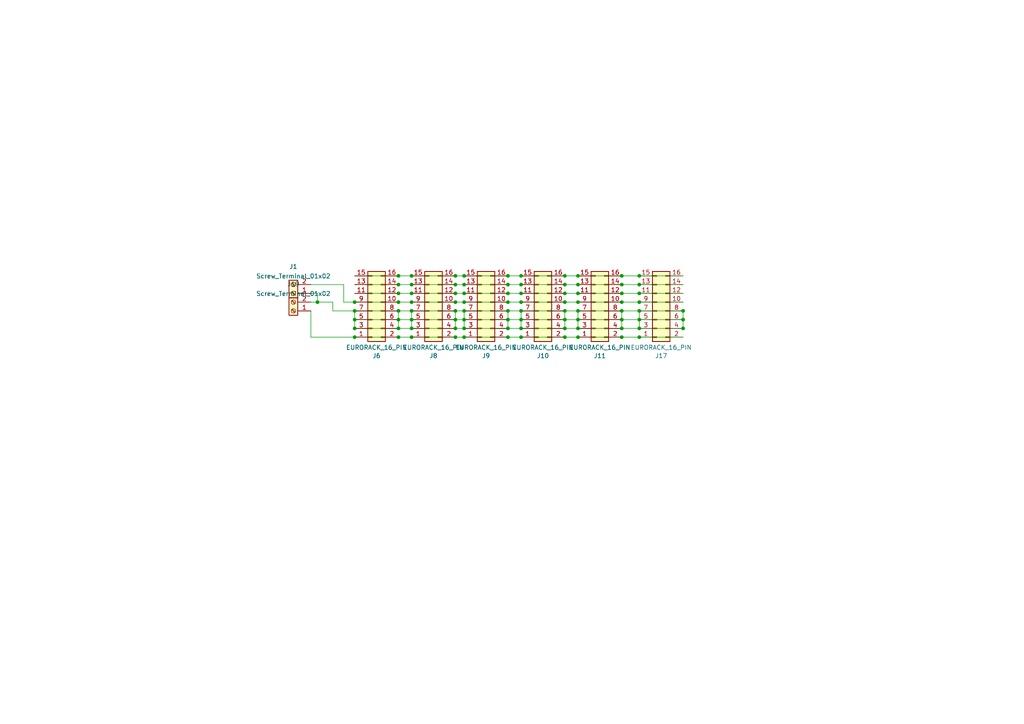
<source format=kicad_sch>
(kicad_sch (version 20230121) (generator eeschema)

  (uuid 5b968a2a-0e8d-4a8b-b10b-6d8c01f8bb22)

  (paper "A4")

  (lib_symbols
    (symbol "Connector:Screw_Terminal_01x02" (pin_names (offset 1.016) hide) (in_bom yes) (on_board yes)
      (property "Reference" "J" (at 0 2.54 0)
        (effects (font (size 1.27 1.27)))
      )
      (property "Value" "Screw_Terminal_01x02" (at 0 -5.08 0)
        (effects (font (size 1.27 1.27)))
      )
      (property "Footprint" "" (at 0 0 0)
        (effects (font (size 1.27 1.27)) hide)
      )
      (property "Datasheet" "~" (at 0 0 0)
        (effects (font (size 1.27 1.27)) hide)
      )
      (property "ki_keywords" "screw terminal" (at 0 0 0)
        (effects (font (size 1.27 1.27)) hide)
      )
      (property "ki_description" "Generic screw terminal, single row, 01x02, script generated (kicad-library-utils/schlib/autogen/connector/)" (at 0 0 0)
        (effects (font (size 1.27 1.27)) hide)
      )
      (property "ki_fp_filters" "TerminalBlock*:*" (at 0 0 0)
        (effects (font (size 1.27 1.27)) hide)
      )
      (symbol "Screw_Terminal_01x02_1_1"
        (rectangle (start -1.27 1.27) (end 1.27 -3.81)
          (stroke (width 0.254) (type default))
          (fill (type background))
        )
        (circle (center 0 -2.54) (radius 0.635)
          (stroke (width 0.1524) (type default))
          (fill (type none))
        )
        (polyline
          (pts
            (xy -0.5334 -2.2098)
            (xy 0.3302 -3.048)
          )
          (stroke (width 0.1524) (type default))
          (fill (type none))
        )
        (polyline
          (pts
            (xy -0.5334 0.3302)
            (xy 0.3302 -0.508)
          )
          (stroke (width 0.1524) (type default))
          (fill (type none))
        )
        (polyline
          (pts
            (xy -0.3556 -2.032)
            (xy 0.508 -2.8702)
          )
          (stroke (width 0.1524) (type default))
          (fill (type none))
        )
        (polyline
          (pts
            (xy -0.3556 0.508)
            (xy 0.508 -0.3302)
          )
          (stroke (width 0.1524) (type default))
          (fill (type none))
        )
        (circle (center 0 0) (radius 0.635)
          (stroke (width 0.1524) (type default))
          (fill (type none))
        )
        (pin passive line (at -5.08 0 0) (length 3.81)
          (name "Pin_1" (effects (font (size 1.27 1.27))))
          (number "1" (effects (font (size 1.27 1.27))))
        )
        (pin passive line (at -5.08 -2.54 0) (length 3.81)
          (name "Pin_2" (effects (font (size 1.27 1.27))))
          (number "2" (effects (font (size 1.27 1.27))))
        )
      )
    )
    (symbol "Connector_Generic:Conn_02x08_Odd_Even" (pin_names (offset 1.016) hide) (in_bom yes) (on_board yes)
      (property "Reference" "J" (at 1.27 10.16 0)
        (effects (font (size 1.27 1.27)))
      )
      (property "Value" "Conn_02x08_Odd_Even" (at 1.27 -12.7 0)
        (effects (font (size 1.27 1.27)))
      )
      (property "Footprint" "" (at 0 0 0)
        (effects (font (size 1.27 1.27)) hide)
      )
      (property "Datasheet" "~" (at 0 0 0)
        (effects (font (size 1.27 1.27)) hide)
      )
      (property "ki_keywords" "connector" (at 0 0 0)
        (effects (font (size 1.27 1.27)) hide)
      )
      (property "ki_description" "Generic connector, double row, 02x08, odd/even pin numbering scheme (row 1 odd numbers, row 2 even numbers), script generated (kicad-library-utils/schlib/autogen/connector/)" (at 0 0 0)
        (effects (font (size 1.27 1.27)) hide)
      )
      (property "ki_fp_filters" "Connector*:*_2x??_*" (at 0 0 0)
        (effects (font (size 1.27 1.27)) hide)
      )
      (symbol "Conn_02x08_Odd_Even_1_1"
        (rectangle (start -1.27 -10.033) (end 0 -10.287)
          (stroke (width 0.1524) (type default))
          (fill (type none))
        )
        (rectangle (start -1.27 -7.493) (end 0 -7.747)
          (stroke (width 0.1524) (type default))
          (fill (type none))
        )
        (rectangle (start -1.27 -4.953) (end 0 -5.207)
          (stroke (width 0.1524) (type default))
          (fill (type none))
        )
        (rectangle (start -1.27 -2.413) (end 0 -2.667)
          (stroke (width 0.1524) (type default))
          (fill (type none))
        )
        (rectangle (start -1.27 0.127) (end 0 -0.127)
          (stroke (width 0.1524) (type default))
          (fill (type none))
        )
        (rectangle (start -1.27 2.667) (end 0 2.413)
          (stroke (width 0.1524) (type default))
          (fill (type none))
        )
        (rectangle (start -1.27 5.207) (end 0 4.953)
          (stroke (width 0.1524) (type default))
          (fill (type none))
        )
        (rectangle (start -1.27 7.747) (end 0 7.493)
          (stroke (width 0.1524) (type default))
          (fill (type none))
        )
        (rectangle (start -1.27 8.89) (end 3.81 -11.43)
          (stroke (width 0.254) (type default))
          (fill (type background))
        )
        (rectangle (start 3.81 -10.033) (end 2.54 -10.287)
          (stroke (width 0.1524) (type default))
          (fill (type none))
        )
        (rectangle (start 3.81 -7.493) (end 2.54 -7.747)
          (stroke (width 0.1524) (type default))
          (fill (type none))
        )
        (rectangle (start 3.81 -4.953) (end 2.54 -5.207)
          (stroke (width 0.1524) (type default))
          (fill (type none))
        )
        (rectangle (start 3.81 -2.413) (end 2.54 -2.667)
          (stroke (width 0.1524) (type default))
          (fill (type none))
        )
        (rectangle (start 3.81 0.127) (end 2.54 -0.127)
          (stroke (width 0.1524) (type default))
          (fill (type none))
        )
        (rectangle (start 3.81 2.667) (end 2.54 2.413)
          (stroke (width 0.1524) (type default))
          (fill (type none))
        )
        (rectangle (start 3.81 5.207) (end 2.54 4.953)
          (stroke (width 0.1524) (type default))
          (fill (type none))
        )
        (rectangle (start 3.81 7.747) (end 2.54 7.493)
          (stroke (width 0.1524) (type default))
          (fill (type none))
        )
        (pin passive line (at -5.08 7.62 0) (length 3.81)
          (name "Pin_1" (effects (font (size 1.27 1.27))))
          (number "1" (effects (font (size 1.27 1.27))))
        )
        (pin passive line (at 7.62 -2.54 180) (length 3.81)
          (name "Pin_10" (effects (font (size 1.27 1.27))))
          (number "10" (effects (font (size 1.27 1.27))))
        )
        (pin passive line (at -5.08 -5.08 0) (length 3.81)
          (name "Pin_11" (effects (font (size 1.27 1.27))))
          (number "11" (effects (font (size 1.27 1.27))))
        )
        (pin passive line (at 7.62 -5.08 180) (length 3.81)
          (name "Pin_12" (effects (font (size 1.27 1.27))))
          (number "12" (effects (font (size 1.27 1.27))))
        )
        (pin passive line (at -5.08 -7.62 0) (length 3.81)
          (name "Pin_13" (effects (font (size 1.27 1.27))))
          (number "13" (effects (font (size 1.27 1.27))))
        )
        (pin passive line (at 7.62 -7.62 180) (length 3.81)
          (name "Pin_14" (effects (font (size 1.27 1.27))))
          (number "14" (effects (font (size 1.27 1.27))))
        )
        (pin passive line (at -5.08 -10.16 0) (length 3.81)
          (name "Pin_15" (effects (font (size 1.27 1.27))))
          (number "15" (effects (font (size 1.27 1.27))))
        )
        (pin passive line (at 7.62 -10.16 180) (length 3.81)
          (name "Pin_16" (effects (font (size 1.27 1.27))))
          (number "16" (effects (font (size 1.27 1.27))))
        )
        (pin passive line (at 7.62 7.62 180) (length 3.81)
          (name "Pin_2" (effects (font (size 1.27 1.27))))
          (number "2" (effects (font (size 1.27 1.27))))
        )
        (pin passive line (at -5.08 5.08 0) (length 3.81)
          (name "Pin_3" (effects (font (size 1.27 1.27))))
          (number "3" (effects (font (size 1.27 1.27))))
        )
        (pin passive line (at 7.62 5.08 180) (length 3.81)
          (name "Pin_4" (effects (font (size 1.27 1.27))))
          (number "4" (effects (font (size 1.27 1.27))))
        )
        (pin passive line (at -5.08 2.54 0) (length 3.81)
          (name "Pin_5" (effects (font (size 1.27 1.27))))
          (number "5" (effects (font (size 1.27 1.27))))
        )
        (pin passive line (at 7.62 2.54 180) (length 3.81)
          (name "Pin_6" (effects (font (size 1.27 1.27))))
          (number "6" (effects (font (size 1.27 1.27))))
        )
        (pin passive line (at -5.08 0 0) (length 3.81)
          (name "Pin_7" (effects (font (size 1.27 1.27))))
          (number "7" (effects (font (size 1.27 1.27))))
        )
        (pin passive line (at 7.62 0 180) (length 3.81)
          (name "Pin_8" (effects (font (size 1.27 1.27))))
          (number "8" (effects (font (size 1.27 1.27))))
        )
        (pin passive line (at -5.08 -2.54 0) (length 3.81)
          (name "Pin_9" (effects (font (size 1.27 1.27))))
          (number "9" (effects (font (size 1.27 1.27))))
        )
      )
    )
  )

  (junction (at 185.42 97.79) (diameter 0) (color 0 0 0 0)
    (uuid 042fd47e-8c11-47ce-ac2f-eaff190ad359)
  )
  (junction (at 151.13 82.55) (diameter 0) (color 0 0 0 0)
    (uuid 0573b418-a1d0-4391-9e49-72cff5819ce6)
  )
  (junction (at 185.42 87.63) (diameter 0) (color 0 0 0 0)
    (uuid 065afa1d-caf0-42ef-bc3c-0f19b5aa027b)
  )
  (junction (at 147.32 95.25) (diameter 0) (color 0 0 0 0)
    (uuid 070a00c5-4a20-4939-9cae-d8027bd59f5c)
  )
  (junction (at 119.38 97.79) (diameter 0) (color 0 0 0 0)
    (uuid 081f275d-50d5-48bf-b6e1-dfcc3be4bb64)
  )
  (junction (at 132.08 82.55) (diameter 0) (color 0 0 0 0)
    (uuid 09a013b4-d5c8-4e8f-a45f-c951437b73ad)
  )
  (junction (at 115.57 87.63) (diameter 0) (color 0 0 0 0)
    (uuid 0e915445-5b63-45ff-ab40-ee9b424fdbbc)
  )
  (junction (at 151.13 90.17) (diameter 0) (color 0 0 0 0)
    (uuid 0f8052ce-94a1-4fe0-8677-599f12325458)
  )
  (junction (at 198.12 95.25) (diameter 0) (color 0 0 0 0)
    (uuid 17c4d20e-c890-4231-8826-e5baca19f929)
  )
  (junction (at 163.83 82.55) (diameter 0) (color 0 0 0 0)
    (uuid 191fd6e5-c2fc-41c5-b3f5-e790314fdd3d)
  )
  (junction (at 119.38 82.55) (diameter 0) (color 0 0 0 0)
    (uuid 1e188a13-3ba8-4e78-92d2-fc094e3196c5)
  )
  (junction (at 102.87 87.63) (diameter 0) (color 0 0 0 0)
    (uuid 1f804607-da6c-4995-a5d2-fbfb43af4164)
  )
  (junction (at 151.13 85.09) (diameter 0) (color 0 0 0 0)
    (uuid 23a18168-3204-44af-8050-b013970b6202)
  )
  (junction (at 151.13 92.71) (diameter 0) (color 0 0 0 0)
    (uuid 2d24fbbf-5228-4f9b-82fd-c7e8070f4ef5)
  )
  (junction (at 147.32 92.71) (diameter 0) (color 0 0 0 0)
    (uuid 2fc8a261-06ed-4b05-8a38-8d8bbe35a925)
  )
  (junction (at 147.32 82.55) (diameter 0) (color 0 0 0 0)
    (uuid 32b541a9-e063-43fb-a51d-8c36e7c1b752)
  )
  (junction (at 115.57 80.01) (diameter 0) (color 0 0 0 0)
    (uuid 3ace9d2b-d688-476a-af69-c7794a424595)
  )
  (junction (at 119.38 95.25) (diameter 0) (color 0 0 0 0)
    (uuid 4048703b-b084-42b6-aaec-927e326bd02e)
  )
  (junction (at 163.83 80.01) (diameter 0) (color 0 0 0 0)
    (uuid 4325d22e-2368-453e-8d62-8570770c5ed4)
  )
  (junction (at 115.57 85.09) (diameter 0) (color 0 0 0 0)
    (uuid 46f44796-abe1-43e7-b865-c0d3a34ac833)
  )
  (junction (at 185.42 95.25) (diameter 0) (color 0 0 0 0)
    (uuid 4779fd56-1e97-4f6f-adc1-74999e052db3)
  )
  (junction (at 102.87 97.79) (diameter 0) (color 0 0 0 0)
    (uuid 47a3a139-d6b1-4863-a47d-e62a7aee5519)
  )
  (junction (at 180.34 82.55) (diameter 0) (color 0 0 0 0)
    (uuid 47f552a1-fcaa-4586-bf8c-09cc75d0fcb6)
  )
  (junction (at 119.38 80.01) (diameter 0) (color 0 0 0 0)
    (uuid 4cefff5f-c099-441a-ab3c-65c422b8ff4e)
  )
  (junction (at 92.075 87.63) (diameter 0) (color 0 0 0 0)
    (uuid 4e78047d-5fd7-4732-9865-2c4ca46d0219)
  )
  (junction (at 132.08 87.63) (diameter 0) (color 0 0 0 0)
    (uuid 4eaa7577-1d2e-4c07-8ea7-1d4e71503221)
  )
  (junction (at 198.12 90.17) (diameter 0) (color 0 0 0 0)
    (uuid 52279df6-1c13-47b5-b228-a60f6ebdbac9)
  )
  (junction (at 119.38 87.63) (diameter 0) (color 0 0 0 0)
    (uuid 5513fbdb-26af-4d30-a082-558a2b0aec58)
  )
  (junction (at 134.62 87.63) (diameter 0) (color 0 0 0 0)
    (uuid 55559430-ee06-4f11-b976-764f795b3062)
  )
  (junction (at 167.64 80.01) (diameter 0) (color 0 0 0 0)
    (uuid 56fb0421-ed9b-41db-a002-badfc08da256)
  )
  (junction (at 151.13 87.63) (diameter 0) (color 0 0 0 0)
    (uuid 5c86faff-9eab-4037-bc3e-cf9bb40ea007)
  )
  (junction (at 119.38 90.17) (diameter 0) (color 0 0 0 0)
    (uuid 609d358a-1bed-4716-b8a2-58f0d922533d)
  )
  (junction (at 198.12 92.71) (diameter 0) (color 0 0 0 0)
    (uuid 6904f4b7-915f-4dd0-8feb-f877de321a76)
  )
  (junction (at 147.32 87.63) (diameter 0) (color 0 0 0 0)
    (uuid 6de32564-0688-4575-8b76-dda815cecaf4)
  )
  (junction (at 134.62 80.01) (diameter 0) (color 0 0 0 0)
    (uuid 6e8e6316-c44a-4467-8141-ef4ceb167a1d)
  )
  (junction (at 115.57 90.17) (diameter 0) (color 0 0 0 0)
    (uuid 6f02f02f-00e0-4d65-b1db-abcf8257e1ee)
  )
  (junction (at 180.34 97.79) (diameter 0) (color 0 0 0 0)
    (uuid 70c23dc1-69e6-46fe-89c3-706981b295d8)
  )
  (junction (at 163.83 95.25) (diameter 0) (color 0 0 0 0)
    (uuid 76925df0-70e5-4a78-80f4-93b03958da86)
  )
  (junction (at 119.38 92.71) (diameter 0) (color 0 0 0 0)
    (uuid 785f757f-99f1-43e7-9ac6-31e721a7aeab)
  )
  (junction (at 163.83 97.79) (diameter 0) (color 0 0 0 0)
    (uuid 79e7c9ad-9ad1-4b44-9fcb-45b5bbc02f95)
  )
  (junction (at 147.32 97.79) (diameter 0) (color 0 0 0 0)
    (uuid 7b0d7ceb-ec81-4a27-b7de-d71d387ef2a4)
  )
  (junction (at 167.64 82.55) (diameter 0) (color 0 0 0 0)
    (uuid 7b9f43f2-1d33-498e-81f2-e59a66d24351)
  )
  (junction (at 134.62 82.55) (diameter 0) (color 0 0 0 0)
    (uuid 7cf547ed-6623-4d4d-a14e-6fdfaa1ead9b)
  )
  (junction (at 115.57 97.79) (diameter 0) (color 0 0 0 0)
    (uuid 806e29b2-5441-4994-b1b5-276a395428ac)
  )
  (junction (at 151.13 80.01) (diameter 0) (color 0 0 0 0)
    (uuid 808461ff-9c6f-42c2-869b-b014a07fdf8b)
  )
  (junction (at 132.08 97.79) (diameter 0) (color 0 0 0 0)
    (uuid 8450780c-0cca-40d0-8fd5-9d2dfc3e7682)
  )
  (junction (at 151.13 97.79) (diameter 0) (color 0 0 0 0)
    (uuid 845f649c-059e-4e8a-8971-26d6ad69ebe3)
  )
  (junction (at 134.62 85.09) (diameter 0) (color 0 0 0 0)
    (uuid 89cbeaff-ea99-4154-b50b-6905cce3bf30)
  )
  (junction (at 102.87 95.25) (diameter 0) (color 0 0 0 0)
    (uuid 8cd2eb4a-3c8e-4115-bc43-2e42ad225641)
  )
  (junction (at 147.32 85.09) (diameter 0) (color 0 0 0 0)
    (uuid 929bf3e7-57d5-490a-8a1f-d427c3f89d66)
  )
  (junction (at 185.42 80.01) (diameter 0) (color 0 0 0 0)
    (uuid 94f99f2e-5e70-4ad6-a383-a66aa021d768)
  )
  (junction (at 180.34 85.09) (diameter 0) (color 0 0 0 0)
    (uuid 9691233a-e10b-4822-9e24-1234eaa2e47e)
  )
  (junction (at 185.42 92.71) (diameter 0) (color 0 0 0 0)
    (uuid 9cbe1ae0-d4e6-493a-af84-0ea9add79e72)
  )
  (junction (at 115.57 95.25) (diameter 0) (color 0 0 0 0)
    (uuid 9d90da38-7f9c-4cdd-b40b-7d9634dbb872)
  )
  (junction (at 167.64 87.63) (diameter 0) (color 0 0 0 0)
    (uuid a386f104-baaa-44b4-98ad-09f229ed4fdb)
  )
  (junction (at 147.32 80.01) (diameter 0) (color 0 0 0 0)
    (uuid a42a8bf6-0df9-417e-b4a2-42feb1a71c6d)
  )
  (junction (at 132.08 90.17) (diameter 0) (color 0 0 0 0)
    (uuid a42a991e-b0c0-4081-ba9c-306e57f3fb8b)
  )
  (junction (at 180.34 95.25) (diameter 0) (color 0 0 0 0)
    (uuid a4396d99-878c-41eb-a633-eedd88a9105d)
  )
  (junction (at 185.42 90.17) (diameter 0) (color 0 0 0 0)
    (uuid a4ba02be-2a43-4932-ad8c-bfbb622cd479)
  )
  (junction (at 167.64 85.09) (diameter 0) (color 0 0 0 0)
    (uuid a81d5f8d-74f6-433c-b833-dedfb166aae6)
  )
  (junction (at 147.32 90.17) (diameter 0) (color 0 0 0 0)
    (uuid ac00d0a1-81f8-426a-a491-c074d6b8449d)
  )
  (junction (at 180.34 92.71) (diameter 0) (color 0 0 0 0)
    (uuid ae000478-6f9a-47d0-bc21-26e30a6a4121)
  )
  (junction (at 163.83 87.63) (diameter 0) (color 0 0 0 0)
    (uuid b02e9293-dad7-4106-9aab-ee9d255c0e6a)
  )
  (junction (at 115.57 92.71) (diameter 0) (color 0 0 0 0)
    (uuid b36637e4-d66b-4c2d-a951-0a2047436f0f)
  )
  (junction (at 151.13 95.25) (diameter 0) (color 0 0 0 0)
    (uuid b38bfa1d-e4e2-4b20-913b-aa997559f23c)
  )
  (junction (at 132.08 92.71) (diameter 0) (color 0 0 0 0)
    (uuid b91ee32a-7782-490a-83e9-fbfe9c84eccf)
  )
  (junction (at 134.62 95.25) (diameter 0) (color 0 0 0 0)
    (uuid ba676223-7085-4efc-ab9c-c8aa0e4044e2)
  )
  (junction (at 185.42 85.09) (diameter 0) (color 0 0 0 0)
    (uuid bc47ccdb-81c4-413b-aa43-f4352c5413f4)
  )
  (junction (at 167.64 97.79) (diameter 0) (color 0 0 0 0)
    (uuid bf8c397f-dff6-4e9f-819e-8890ec810d8f)
  )
  (junction (at 134.62 90.17) (diameter 0) (color 0 0 0 0)
    (uuid c15a35de-251b-4886-accd-ed068839a701)
  )
  (junction (at 134.62 92.71) (diameter 0) (color 0 0 0 0)
    (uuid c1947cce-558f-4a6e-83c7-51d5c54ee494)
  )
  (junction (at 167.64 92.71) (diameter 0) (color 0 0 0 0)
    (uuid c52c45f7-8175-4a73-9a50-a4a4d93fb36e)
  )
  (junction (at 119.38 85.09) (diameter 0) (color 0 0 0 0)
    (uuid c713df6e-ba0e-43ff-a4da-0ba50ac5e130)
  )
  (junction (at 167.64 90.17) (diameter 0) (color 0 0 0 0)
    (uuid cb7b967d-1ce8-439c-9322-39cd83916fdf)
  )
  (junction (at 163.83 85.09) (diameter 0) (color 0 0 0 0)
    (uuid d2babdb1-114b-49a9-a9f8-3f5573cc48a0)
  )
  (junction (at 180.34 80.01) (diameter 0) (color 0 0 0 0)
    (uuid d4e90644-a70d-43c3-ac08-6006024f07a0)
  )
  (junction (at 102.87 92.71) (diameter 0) (color 0 0 0 0)
    (uuid d73f24a3-f603-4cd0-8ea9-ca15727b221f)
  )
  (junction (at 132.08 80.01) (diameter 0) (color 0 0 0 0)
    (uuid d9593989-3517-4eca-9a5a-cb509520f5b3)
  )
  (junction (at 132.08 95.25) (diameter 0) (color 0 0 0 0)
    (uuid dda1baf0-659d-476e-bf2a-bd64dcdad836)
  )
  (junction (at 102.87 90.17) (diameter 0) (color 0 0 0 0)
    (uuid e186fe04-38a4-4eff-bac2-329af3a1648e)
  )
  (junction (at 132.08 85.09) (diameter 0) (color 0 0 0 0)
    (uuid e1d8f972-ace5-4fcc-8e57-d428b6217736)
  )
  (junction (at 180.34 87.63) (diameter 0) (color 0 0 0 0)
    (uuid e43de6f5-05be-49fe-b622-e4fbcd6d7ff0)
  )
  (junction (at 163.83 90.17) (diameter 0) (color 0 0 0 0)
    (uuid ea53ed75-8df9-4e0d-93ce-0a8466ca59df)
  )
  (junction (at 167.64 95.25) (diameter 0) (color 0 0 0 0)
    (uuid ee85d50f-fa34-4f3c-bba8-81a40cc4e388)
  )
  (junction (at 180.34 90.17) (diameter 0) (color 0 0 0 0)
    (uuid f23fb278-9232-4a81-b684-80ecc4f4bffa)
  )
  (junction (at 115.57 82.55) (diameter 0) (color 0 0 0 0)
    (uuid f77fb142-b9dc-44b9-8342-9c6c4ae91244)
  )
  (junction (at 185.42 82.55) (diameter 0) (color 0 0 0 0)
    (uuid f7b3f7bf-495b-4a5a-9850-0ad030218b86)
  )
  (junction (at 163.83 92.71) (diameter 0) (color 0 0 0 0)
    (uuid f924442a-1594-4e55-85ab-96315b890139)
  )
  (junction (at 134.62 97.79) (diameter 0) (color 0 0 0 0)
    (uuid fa7b5ced-004c-4b60-a29b-231a2876a19e)
  )

  (wire (pts (xy 115.57 97.79) (xy 119.38 97.79))
    (stroke (width 0) (type default))
    (uuid 01b07007-57dd-4ad7-880b-8873331503a6)
  )
  (wire (pts (xy 163.83 87.63) (xy 167.64 87.63))
    (stroke (width 0) (type default))
    (uuid 021072f3-72c6-4baf-aca0-d54dd9f155e8)
  )
  (wire (pts (xy 180.34 90.17) (xy 185.42 90.17))
    (stroke (width 0) (type default))
    (uuid 0a2fe61a-b93a-4074-97c3-f057b0aa04fd)
  )
  (wire (pts (xy 132.08 85.09) (xy 134.62 85.09))
    (stroke (width 0) (type default))
    (uuid 0ef2dfbb-e213-4e6c-8dd2-9c1f8b52363a)
  )
  (wire (pts (xy 167.64 95.25) (xy 180.34 95.25))
    (stroke (width 0) (type default))
    (uuid 0f2ce108-474d-4fe9-a502-a7d1e9c7a4df)
  )
  (wire (pts (xy 102.87 95.25) (xy 115.57 95.25))
    (stroke (width 0) (type default))
    (uuid 11557c85-fc53-470d-9352-9e81035f6440)
  )
  (wire (pts (xy 119.38 97.79) (xy 132.08 97.79))
    (stroke (width 0) (type default))
    (uuid 13f8e960-3de6-4ec4-9272-6e7b835f81d3)
  )
  (wire (pts (xy 167.64 92.71) (xy 180.34 92.71))
    (stroke (width 0) (type default))
    (uuid 1c19ccc0-5d3b-41f0-8b53-f210f9de1fe8)
  )
  (wire (pts (xy 163.83 85.09) (xy 167.64 85.09))
    (stroke (width 0) (type default))
    (uuid 1dd40a21-9716-4515-bf51-1fbc4f41d897)
  )
  (wire (pts (xy 167.64 82.55) (xy 180.34 82.55))
    (stroke (width 0) (type default))
    (uuid 1ed76147-800a-45b0-a223-7e28aba0b6bc)
  )
  (wire (pts (xy 185.42 97.79) (xy 198.12 97.79))
    (stroke (width 0) (type default))
    (uuid 21c1085f-927d-48b9-8626-adf85f0587e7)
  )
  (wire (pts (xy 102.87 82.55) (xy 115.57 82.55))
    (stroke (width 0) (type default))
    (uuid 2560a6a7-961b-44e3-a0a0-ab7770dad05a)
  )
  (wire (pts (xy 163.83 92.71) (xy 167.64 92.71))
    (stroke (width 0) (type default))
    (uuid 266ab688-3fb2-4461-94c1-bcd1ce6be49d)
  )
  (wire (pts (xy 185.42 92.71) (xy 185.42 95.25))
    (stroke (width 0) (type default))
    (uuid 274b4f66-d083-41c5-9310-1b103bd3a845)
  )
  (wire (pts (xy 99.695 82.55) (xy 99.695 87.63))
    (stroke (width 0) (type default))
    (uuid 2a636ac6-d020-4e86-a3c0-0e5343023f6b)
  )
  (wire (pts (xy 147.32 87.63) (xy 151.13 87.63))
    (stroke (width 0) (type default))
    (uuid 2ae32ca0-37b8-47d8-9fcb-4e4aa002ccfb)
  )
  (wire (pts (xy 90.17 82.55) (xy 99.695 82.55))
    (stroke (width 0) (type default))
    (uuid 2e4b37c7-3e8a-474f-a982-1e79a681e3f2)
  )
  (wire (pts (xy 180.34 85.09) (xy 185.42 85.09))
    (stroke (width 0) (type default))
    (uuid 2edb250a-d63b-49f7-b1fe-338017412751)
  )
  (wire (pts (xy 151.13 92.71) (xy 163.83 92.71))
    (stroke (width 0) (type default))
    (uuid 2eeefe63-5616-4acd-93c5-c82cfbd15e11)
  )
  (wire (pts (xy 180.34 97.79) (xy 185.42 97.79))
    (stroke (width 0) (type default))
    (uuid 306f8cff-8f92-4fc8-b32f-e9fa15b195b4)
  )
  (wire (pts (xy 147.32 90.17) (xy 147.32 92.71))
    (stroke (width 0) (type default))
    (uuid 310cd311-7e34-407e-9dd3-52d862a6dfbc)
  )
  (wire (pts (xy 167.64 90.17) (xy 167.64 92.71))
    (stroke (width 0) (type default))
    (uuid 367014f3-f655-4f26-a2fa-f4901b46b06f)
  )
  (wire (pts (xy 167.64 92.71) (xy 167.64 95.25))
    (stroke (width 0) (type default))
    (uuid 368d4022-78af-43be-809b-f86e25104d8c)
  )
  (wire (pts (xy 115.57 92.71) (xy 119.38 92.71))
    (stroke (width 0) (type default))
    (uuid 382db963-ae2d-4aa4-8dd1-ee2a77d184f8)
  )
  (wire (pts (xy 134.62 90.17) (xy 147.32 90.17))
    (stroke (width 0) (type default))
    (uuid 3b37a617-f975-4e67-ac5f-069dda8443e1)
  )
  (wire (pts (xy 163.83 97.79) (xy 167.64 97.79))
    (stroke (width 0) (type default))
    (uuid 3f1ba442-b265-4497-8441-be9c41b480b9)
  )
  (wire (pts (xy 185.42 85.09) (xy 198.12 85.09))
    (stroke (width 0) (type default))
    (uuid 4018f4dc-781a-4ebd-a304-edf507c67546)
  )
  (wire (pts (xy 132.08 82.55) (xy 134.62 82.55))
    (stroke (width 0) (type default))
    (uuid 419dd40b-b122-4b98-b265-1246c2251174)
  )
  (wire (pts (xy 102.87 90.17) (xy 115.57 90.17))
    (stroke (width 0) (type default))
    (uuid 41a5da42-524d-48f8-9588-9a9c1011b7d1)
  )
  (wire (pts (xy 119.38 92.71) (xy 119.38 95.25))
    (stroke (width 0) (type default))
    (uuid 44b5020d-6652-47f0-97ac-4d7091253e47)
  )
  (wire (pts (xy 115.57 90.17) (xy 119.38 90.17))
    (stroke (width 0) (type default))
    (uuid 503573c9-b5e1-401c-bfd2-f2ed5d89687d)
  )
  (wire (pts (xy 167.64 85.09) (xy 180.34 85.09))
    (stroke (width 0) (type default))
    (uuid 51ca6489-9b8c-46d1-b9d8-592b26eefac3)
  )
  (wire (pts (xy 115.57 82.55) (xy 119.38 82.55))
    (stroke (width 0) (type default))
    (uuid 52d8d88d-7444-439c-8f2b-9c11d5630786)
  )
  (wire (pts (xy 163.83 95.25) (xy 167.64 95.25))
    (stroke (width 0) (type default))
    (uuid 5367fe3d-dc8f-40e9-b221-73c4456305d1)
  )
  (wire (pts (xy 147.32 95.25) (xy 151.13 95.25))
    (stroke (width 0) (type default))
    (uuid 574a8eba-f230-4675-b574-665555f6cd00)
  )
  (wire (pts (xy 151.13 80.01) (xy 163.83 80.01))
    (stroke (width 0) (type default))
    (uuid 58904cae-bb42-4b50-83f6-35cf6d593837)
  )
  (wire (pts (xy 151.13 82.55) (xy 163.83 82.55))
    (stroke (width 0) (type default))
    (uuid 58b06197-4b95-47ad-9e99-960e1b031a6a)
  )
  (wire (pts (xy 132.08 90.17) (xy 132.08 92.71))
    (stroke (width 0) (type default))
    (uuid 58d0cb2c-c7da-448c-8b4c-02b2905544d7)
  )
  (wire (pts (xy 134.62 80.01) (xy 147.32 80.01))
    (stroke (width 0) (type default))
    (uuid 58d9f082-c126-4e00-b7dd-c822474be4be)
  )
  (wire (pts (xy 134.62 90.17) (xy 134.62 92.71))
    (stroke (width 0) (type default))
    (uuid 5ba47d9b-f499-432b-afb8-ec9f05c82193)
  )
  (wire (pts (xy 147.32 85.09) (xy 151.13 85.09))
    (stroke (width 0) (type default))
    (uuid 5f6592dc-c9ff-419e-8b85-831f28cbdaa2)
  )
  (wire (pts (xy 102.87 80.01) (xy 115.57 80.01))
    (stroke (width 0) (type default))
    (uuid 5f682b67-659b-4a00-af34-ebe6f668a149)
  )
  (wire (pts (xy 92.075 87.63) (xy 90.17 87.63))
    (stroke (width 0) (type default))
    (uuid 60666bf5-6a2e-4b1d-96a3-df71c954ec9d)
  )
  (wire (pts (xy 180.34 82.55) (xy 185.42 82.55))
    (stroke (width 0) (type default))
    (uuid 62b1fd1f-ba5f-4d89-99ce-9be3bfc2d64c)
  )
  (wire (pts (xy 115.57 92.71) (xy 115.57 95.25))
    (stroke (width 0) (type default))
    (uuid 66b29f45-869f-41c3-9596-c16894219451)
  )
  (wire (pts (xy 134.62 82.55) (xy 147.32 82.55))
    (stroke (width 0) (type default))
    (uuid 6a327870-26e4-46e3-8905-f13f19fb6bba)
  )
  (wire (pts (xy 163.83 92.71) (xy 163.83 95.25))
    (stroke (width 0) (type default))
    (uuid 6cd5b59d-1bfd-47f6-a67c-c784e7691c33)
  )
  (wire (pts (xy 115.57 85.09) (xy 119.38 85.09))
    (stroke (width 0) (type default))
    (uuid 70a53797-65ba-4d40-ba1e-3292be362cdf)
  )
  (wire (pts (xy 132.08 90.17) (xy 134.62 90.17))
    (stroke (width 0) (type default))
    (uuid 713da1fb-9bfd-402a-a8b5-9273b7ee67ed)
  )
  (wire (pts (xy 151.13 92.71) (xy 151.13 95.25))
    (stroke (width 0) (type default))
    (uuid 77863717-76b0-4ce9-b90e-236e5764c597)
  )
  (wire (pts (xy 132.08 80.01) (xy 134.62 80.01))
    (stroke (width 0) (type default))
    (uuid 78541b51-0ace-4303-832f-85e986ee0a83)
  )
  (wire (pts (xy 163.83 90.17) (xy 163.83 92.71))
    (stroke (width 0) (type default))
    (uuid 78d17375-3f7b-474d-9033-eae0a7fd279c)
  )
  (wire (pts (xy 151.13 85.09) (xy 163.83 85.09))
    (stroke (width 0) (type default))
    (uuid 792be04f-4e6c-44c9-9afd-36eb5689baea)
  )
  (wire (pts (xy 119.38 82.55) (xy 132.08 82.55))
    (stroke (width 0) (type default))
    (uuid 7a0bc47f-b1d1-49af-a79d-49c6c9b4425c)
  )
  (wire (pts (xy 115.57 80.01) (xy 119.38 80.01))
    (stroke (width 0) (type default))
    (uuid 7b4879e7-a260-4f2a-93ea-4df025a13e68)
  )
  (wire (pts (xy 102.87 87.63) (xy 115.57 87.63))
    (stroke (width 0) (type default))
    (uuid 7c5af4b7-ce72-4e6b-a987-8a08608185a0)
  )
  (wire (pts (xy 185.42 90.17) (xy 185.42 92.71))
    (stroke (width 0) (type default))
    (uuid 83beb276-15f5-499d-9141-87070f728d18)
  )
  (wire (pts (xy 167.64 87.63) (xy 180.34 87.63))
    (stroke (width 0) (type default))
    (uuid 8a0fbefc-da37-4762-a535-dfcd8972c44d)
  )
  (wire (pts (xy 151.13 97.79) (xy 163.83 97.79))
    (stroke (width 0) (type default))
    (uuid 8acd4d16-47e8-49e5-ab6e-4e84824a96a1)
  )
  (wire (pts (xy 132.08 87.63) (xy 134.62 87.63))
    (stroke (width 0) (type default))
    (uuid 8c42fe39-ccd6-4828-a8dc-0bd7f8a6cd42)
  )
  (wire (pts (xy 147.32 97.79) (xy 151.13 97.79))
    (stroke (width 0) (type default))
    (uuid 8f32e8dc-0057-4ba9-87ba-399587cba697)
  )
  (wire (pts (xy 134.62 92.71) (xy 147.32 92.71))
    (stroke (width 0) (type default))
    (uuid 92cf3734-2c28-47f6-ba83-eea75a22ab4e)
  )
  (wire (pts (xy 90.17 85.09) (xy 92.075 85.09))
    (stroke (width 0) (type default))
    (uuid 9b0dc85c-ceac-496e-8611-435d88911dd4)
  )
  (wire (pts (xy 180.34 87.63) (xy 185.42 87.63))
    (stroke (width 0) (type default))
    (uuid 9b9815c4-bda3-433c-b86c-c4c46f91463f)
  )
  (wire (pts (xy 132.08 97.79) (xy 134.62 97.79))
    (stroke (width 0) (type default))
    (uuid 9c5c69c6-dc8b-41ae-97d2-7028154bbb6c)
  )
  (wire (pts (xy 185.42 87.63) (xy 198.12 87.63))
    (stroke (width 0) (type default))
    (uuid 9e4d2499-a1fd-405e-88f1-7e1f337df83a)
  )
  (wire (pts (xy 151.13 90.17) (xy 151.13 92.71))
    (stroke (width 0) (type default))
    (uuid 9e9ddb87-65b9-4198-9793-e4b8e691e00b)
  )
  (wire (pts (xy 90.17 97.79) (xy 102.87 97.79))
    (stroke (width 0) (type default))
    (uuid 9f792dc6-8799-4490-b4d7-3bdc4f8982d2)
  )
  (wire (pts (xy 134.62 97.79) (xy 147.32 97.79))
    (stroke (width 0) (type default))
    (uuid 9f7ce6f3-7dc7-4a05-8aef-1a092e0318e4)
  )
  (wire (pts (xy 180.34 90.17) (xy 180.34 92.71))
    (stroke (width 0) (type default))
    (uuid a0e1ac3c-2c86-418a-a5e5-689846ca0bae)
  )
  (wire (pts (xy 119.38 87.63) (xy 132.08 87.63))
    (stroke (width 0) (type default))
    (uuid a23e1dc0-06ef-472c-81a3-e1692092839a)
  )
  (wire (pts (xy 102.87 90.17) (xy 102.87 92.71))
    (stroke (width 0) (type default))
    (uuid a25b931e-a06d-4a2e-b995-b70fa69487b2)
  )
  (wire (pts (xy 102.87 97.79) (xy 115.57 97.79))
    (stroke (width 0) (type default))
    (uuid a4988be9-1801-4022-b82b-6224ec8fc473)
  )
  (wire (pts (xy 119.38 90.17) (xy 132.08 90.17))
    (stroke (width 0) (type default))
    (uuid a619c336-0bdf-4187-93a9-a0b2e263003d)
  )
  (wire (pts (xy 119.38 95.25) (xy 132.08 95.25))
    (stroke (width 0) (type default))
    (uuid a8836dae-2046-4915-a8a9-f992231f30aa)
  )
  (wire (pts (xy 185.42 80.01) (xy 198.12 80.01))
    (stroke (width 0) (type default))
    (uuid a90093e3-2f33-499a-a873-cb08f0224a79)
  )
  (wire (pts (xy 180.34 80.01) (xy 185.42 80.01))
    (stroke (width 0) (type default))
    (uuid a9ce58c1-6d31-41a6-8f55-e252112d704f)
  )
  (wire (pts (xy 167.64 80.01) (xy 180.34 80.01))
    (stroke (width 0) (type default))
    (uuid aa30fe3e-7583-4662-807d-ed653038d07f)
  )
  (wire (pts (xy 147.32 92.71) (xy 151.13 92.71))
    (stroke (width 0) (type default))
    (uuid ae81171e-ce8c-46d7-b426-4b4ca17e6daf)
  )
  (wire (pts (xy 102.87 85.09) (xy 115.57 85.09))
    (stroke (width 0) (type default))
    (uuid afd63453-fdbf-4911-a09c-8a5a0c8df309)
  )
  (wire (pts (xy 99.695 87.63) (xy 102.87 87.63))
    (stroke (width 0) (type default))
    (uuid b29e26ff-6f6c-4d85-b731-6c9fcfd174ae)
  )
  (wire (pts (xy 151.13 90.17) (xy 163.83 90.17))
    (stroke (width 0) (type default))
    (uuid b413ae09-f08a-4ecb-8b4b-4ca154555d71)
  )
  (wire (pts (xy 119.38 92.71) (xy 132.08 92.71))
    (stroke (width 0) (type default))
    (uuid b75978a2-f08b-46e9-b3ff-6fbe5f932ff8)
  )
  (wire (pts (xy 167.64 97.79) (xy 180.34 97.79))
    (stroke (width 0) (type default))
    (uuid b885aaaf-c8ed-4bc7-b8bf-7450a20bfb39)
  )
  (wire (pts (xy 180.34 92.71) (xy 180.34 95.25))
    (stroke (width 0) (type default))
    (uuid b88da313-5888-4c87-be60-34c15cd586ed)
  )
  (wire (pts (xy 102.87 92.71) (xy 102.87 95.25))
    (stroke (width 0) (type default))
    (uuid b8c3bef5-8406-4844-b318-9c3cef3a1577)
  )
  (wire (pts (xy 180.34 92.71) (xy 185.42 92.71))
    (stroke (width 0) (type default))
    (uuid bb2d8a6b-60cd-487e-ba33-79b6cfa0d63b)
  )
  (wire (pts (xy 96.52 90.17) (xy 102.87 90.17))
    (stroke (width 0) (type default))
    (uuid bc20b943-3fc4-4ede-8678-bc621522c99e)
  )
  (wire (pts (xy 134.62 87.63) (xy 147.32 87.63))
    (stroke (width 0) (type default))
    (uuid c15a4014-c5a6-45f2-a03e-03820c4edb34)
  )
  (wire (pts (xy 134.62 95.25) (xy 147.32 95.25))
    (stroke (width 0) (type default))
    (uuid c170153f-b4c7-43cd-a1ee-cd2c57f2df7a)
  )
  (wire (pts (xy 134.62 92.71) (xy 134.62 95.25))
    (stroke (width 0) (type default))
    (uuid c873b89f-b0c4-4f7d-8377-939134dc8aa9)
  )
  (wire (pts (xy 115.57 87.63) (xy 119.38 87.63))
    (stroke (width 0) (type default))
    (uuid ca73aa14-ff16-44cc-b72f-cbb72b41c33e)
  )
  (wire (pts (xy 185.42 90.17) (xy 198.12 90.17))
    (stroke (width 0) (type default))
    (uuid cc0be36a-d6f9-466d-9ef1-8cbf65cb9983)
  )
  (wire (pts (xy 180.34 95.25) (xy 185.42 95.25))
    (stroke (width 0) (type default))
    (uuid cf018ca4-c39d-49c3-905d-bfa5eeabf380)
  )
  (wire (pts (xy 147.32 90.17) (xy 151.13 90.17))
    (stroke (width 0) (type default))
    (uuid cfc7f9ce-429e-4d74-aa63-576217569977)
  )
  (wire (pts (xy 198.12 90.17) (xy 198.12 92.71))
    (stroke (width 0) (type default))
    (uuid d050892d-1338-4b50-8928-b255b5d841ba)
  )
  (wire (pts (xy 147.32 92.71) (xy 147.32 95.25))
    (stroke (width 0) (type default))
    (uuid d747f6f6-1357-4cd9-a581-691c6d12be94)
  )
  (wire (pts (xy 163.83 90.17) (xy 167.64 90.17))
    (stroke (width 0) (type default))
    (uuid d8ec0544-bcad-45a6-804a-ba5e912222bb)
  )
  (wire (pts (xy 102.87 92.71) (xy 115.57 92.71))
    (stroke (width 0) (type default))
    (uuid d938d6ca-304c-48e1-bec1-34720f1c5154)
  )
  (wire (pts (xy 185.42 82.55) (xy 198.12 82.55))
    (stroke (width 0) (type default))
    (uuid d97142c3-edfa-4d58-9069-dff7bc7a6aa2)
  )
  (wire (pts (xy 132.08 92.71) (xy 132.08 95.25))
    (stroke (width 0) (type default))
    (uuid d9c6249a-d05b-415b-a129-d7f1b6ad8923)
  )
  (wire (pts (xy 96.52 87.63) (xy 96.52 90.17))
    (stroke (width 0) (type default))
    (uuid dbf88791-7224-4e3f-8905-93afb68621af)
  )
  (wire (pts (xy 115.57 90.17) (xy 115.57 92.71))
    (stroke (width 0) (type default))
    (uuid ded5afb8-d33f-4fb7-bd59-8289e4f5586c)
  )
  (wire (pts (xy 134.62 85.09) (xy 147.32 85.09))
    (stroke (width 0) (type default))
    (uuid dfa314ff-bb80-4428-a8c9-b58a46015fa4)
  )
  (wire (pts (xy 119.38 85.09) (xy 132.08 85.09))
    (stroke (width 0) (type default))
    (uuid e2ee5204-da8d-457a-9442-dd2ab69b0188)
  )
  (wire (pts (xy 119.38 90.17) (xy 119.38 92.71))
    (stroke (width 0) (type default))
    (uuid e75fa132-1780-4620-a772-2018a00a13e5)
  )
  (wire (pts (xy 132.08 92.71) (xy 134.62 92.71))
    (stroke (width 0) (type default))
    (uuid e8251e07-8c53-41b5-acd7-bb2faf8c18d0)
  )
  (wire (pts (xy 167.64 90.17) (xy 180.34 90.17))
    (stroke (width 0) (type default))
    (uuid e9487f75-751c-4064-86f4-0380a273072c)
  )
  (wire (pts (xy 147.32 80.01) (xy 151.13 80.01))
    (stroke (width 0) (type default))
    (uuid e98be69e-20fa-4e41-8690-80923471032b)
  )
  (wire (pts (xy 151.13 95.25) (xy 163.83 95.25))
    (stroke (width 0) (type default))
    (uuid eb910592-eb6d-4b71-b131-8ba3b27f6b74)
  )
  (wire (pts (xy 132.08 95.25) (xy 134.62 95.25))
    (stroke (width 0) (type default))
    (uuid ec29503a-2046-477f-9eb3-78f272c7d6fe)
  )
  (wire (pts (xy 90.17 90.17) (xy 90.17 97.79))
    (stroke (width 0) (type default))
    (uuid ee49b7a7-69f2-4668-857b-4feeef244c00)
  )
  (wire (pts (xy 185.42 92.71) (xy 198.12 92.71))
    (stroke (width 0) (type default))
    (uuid eff10663-c803-4245-82d8-72d55eb40d0e)
  )
  (wire (pts (xy 147.32 82.55) (xy 151.13 82.55))
    (stroke (width 0) (type default))
    (uuid f0623e83-9278-4c9c-bd32-3e287a18ed0a)
  )
  (wire (pts (xy 198.12 92.71) (xy 198.12 95.25))
    (stroke (width 0) (type default))
    (uuid f330ac67-78f7-443a-8398-f816f597a58a)
  )
  (wire (pts (xy 163.83 80.01) (xy 167.64 80.01))
    (stroke (width 0) (type default))
    (uuid f60ddf66-f66a-4bf4-98d0-d7f264a317f6)
  )
  (wire (pts (xy 151.13 87.63) (xy 163.83 87.63))
    (stroke (width 0) (type default))
    (uuid f77a1b3f-ab3b-40b4-bfa5-a3313ead2574)
  )
  (wire (pts (xy 92.075 87.63) (xy 96.52 87.63))
    (stroke (width 0) (type default))
    (uuid f882f6b2-9709-4f0f-b4cc-8943a4485e83)
  )
  (wire (pts (xy 115.57 95.25) (xy 119.38 95.25))
    (stroke (width 0) (type default))
    (uuid f8b5af0d-8790-489e-bc19-9adc8a0949d4)
  )
  (wire (pts (xy 92.075 85.09) (xy 92.075 87.63))
    (stroke (width 0) (type default))
    (uuid f9b124d7-9947-4ee3-8325-146fe56e91b1)
  )
  (wire (pts (xy 185.42 95.25) (xy 198.12 95.25))
    (stroke (width 0) (type default))
    (uuid f9db86bd-01c4-46e4-9cc8-57cc1c13580f)
  )
  (wire (pts (xy 163.83 82.55) (xy 167.64 82.55))
    (stroke (width 0) (type default))
    (uuid ff33b8db-7ea1-4875-a92e-1c47575b95eb)
  )
  (wire (pts (xy 119.38 80.01) (xy 132.08 80.01))
    (stroke (width 0) (type default))
    (uuid ff695339-904a-4929-9cce-63d8d49ddc18)
  )

  (symbol (lib_id "Connector:Screw_Terminal_01x02") (at 85.09 90.17 180) (unit 1)
    (in_bom yes) (on_board yes) (dnp no) (fields_autoplaced)
    (uuid 0e746cf9-f482-4513-8347-0bd8d478c736)
    (property "Reference" "J19" (at 85.09 82.3935 0)
      (effects (font (size 1.27 1.27)))
    )
    (property "Value" "Screw_Terminal_01x02" (at 85.09 85.1686 0)
      (effects (font (size 1.27 1.27)))
    )
    (property "Footprint" "Clacktronics:CONN-TH_2P-P3.81_DB125-3.81-2P-BK-S" (at 85.09 90.17 0)
      (effects (font (size 1.27 1.27)) hide)
    )
    (property "Datasheet" "~" (at 85.09 90.17 0)
      (effects (font (size 1.27 1.27)) hide)
    )
    (pin "1" (uuid dd6a054b-a3f7-41c7-b625-cf95ca0e906b))
    (pin "2" (uuid d42d047c-a04d-4be0-9fb9-9851bf296dae))
    (instances
      (project "EuroClack - Basic power bus - main PCB"
        (path "/5b968a2a-0e8d-4a8b-b10b-6d8c01f8bb22"
          (reference "J19") (unit 1)
        )
      )
      (project "Euroclack_proto_PSU_main_board"
        (path "/e63e39d7-6ac0-4ffd-8aa3-1841a4541b55"
          (reference "J5") (unit 1)
        )
      )
    )
  )

  (symbol (lib_id "Connector_Generic:Conn_02x08_Odd_Even") (at 156.21 90.17 0) (mirror x) (unit 1)
    (in_bom yes) (on_board yes) (dnp no) (fields_autoplaced)
    (uuid 0ef287ca-af0b-4dca-8967-e15c22fece4c)
    (property "Reference" "J10" (at 157.48 103.2043 0)
      (effects (font (size 1.27 1.27)))
    )
    (property "Value" "EURORACK_16_PIN" (at 157.48 100.7801 0)
      (effects (font (size 1.27 1.27)))
    )
    (property "Footprint" "Clacktronics:Eurorack_16_header" (at 156.21 90.17 0)
      (effects (font (size 1.27 1.27)) hide)
    )
    (property "Datasheet" "~" (at 156.21 90.17 0)
      (effects (font (size 1.27 1.27)) hide)
    )
    (pin "15" (uuid 4194a04d-2e3f-43e4-b505-c400fbe6636c))
    (pin "12" (uuid 5f45f4c3-88c7-4967-b9c9-84ee91be9911))
    (pin "13" (uuid 3653e3e3-3d10-4527-92d4-d8e324ab6111))
    (pin "14" (uuid 39a30f56-042a-41e2-9031-6306df93f417))
    (pin "16" (uuid 169bedf7-8aad-4506-8071-9eae647e794a))
    (pin "2" (uuid b623bddc-7d5e-4c7b-b3cb-726d4518e4b1))
    (pin "3" (uuid e54e06c8-08d8-4944-b632-0bb71d5fdbf5))
    (pin "1" (uuid 47422225-558f-4303-9c22-d2820a6f1452))
    (pin "11" (uuid 688cb424-948b-4335-b539-ba4e5e27297b))
    (pin "10" (uuid 7a8b121b-c36c-46c3-9b0d-fd74221f14a7))
    (pin "6" (uuid 5eaa06d7-aa98-4230-add1-3423098e43b5))
    (pin "8" (uuid f9c933d6-fca0-496b-963c-446d5ed3e794))
    (pin "4" (uuid 29fac146-f24f-4b23-9f0e-8a0e310fbfe8))
    (pin "5" (uuid 1f151251-119f-4168-a704-fbe6581cc86c))
    (pin "7" (uuid b686d53c-c38e-4825-af8b-107b28db5fdb))
    (pin "9" (uuid a0c6c5b5-bc04-4fd8-b90d-e8915100d175))
    (instances
      (project "EuroClack - Basic power bus - main PCB"
        (path "/5b968a2a-0e8d-4a8b-b10b-6d8c01f8bb22"
          (reference "J10") (unit 1)
        )
      )
    )
  )

  (symbol (lib_id "Connector_Generic:Conn_02x08_Odd_Even") (at 172.72 90.17 0) (mirror x) (unit 1)
    (in_bom yes) (on_board yes) (dnp no) (fields_autoplaced)
    (uuid 111fb27f-4a22-4e1d-acc3-f745494d4754)
    (property "Reference" "J11" (at 173.99 103.2043 0)
      (effects (font (size 1.27 1.27)))
    )
    (property "Value" "EURORACK_16_PIN" (at 173.99 100.7801 0)
      (effects (font (size 1.27 1.27)))
    )
    (property "Footprint" "Clacktronics:Eurorack_16_header" (at 172.72 90.17 0)
      (effects (font (size 1.27 1.27)) hide)
    )
    (property "Datasheet" "~" (at 172.72 90.17 0)
      (effects (font (size 1.27 1.27)) hide)
    )
    (pin "15" (uuid 3d53f074-d68d-405e-ab23-88c4a2d6657e))
    (pin "12" (uuid 73449c7c-7f9e-4bab-9582-e72a335640c8))
    (pin "13" (uuid f7344451-6e16-4e58-b14f-1a089ee60f89))
    (pin "14" (uuid 6e2b3d77-3daa-4742-9f41-d909bfa8e27c))
    (pin "16" (uuid aab9ad65-e875-421b-86de-afaaf4292ecb))
    (pin "2" (uuid bd472e0c-26b2-4fd4-a922-78f9417cf4cf))
    (pin "3" (uuid 3d41263c-68ce-4dbc-a304-7e1a478b8c33))
    (pin "1" (uuid acc115d3-0b05-4a60-8adf-8403e5612262))
    (pin "11" (uuid f2772671-0e3d-4e7d-a3e0-03ef6e864150))
    (pin "10" (uuid f8189fa2-0a85-458f-8c65-cb75f9982866))
    (pin "6" (uuid 9bded163-e95a-4439-b37f-9aaf10ef89ee))
    (pin "8" (uuid 55eba9b0-0b01-4c08-a946-7f6c5f8b1f0d))
    (pin "4" (uuid 9a684c24-7cfc-489e-b9e7-554086ba58f4))
    (pin "5" (uuid caaaa41e-1f07-499b-8c8a-e55bd2d98904))
    (pin "7" (uuid ac6e68e7-52d7-48e0-a670-9abd33b0a7e5))
    (pin "9" (uuid 1131bbdc-0b33-494f-99e2-bd6f81df3bbe))
    (instances
      (project "EuroClack - Basic power bus - main PCB"
        (path "/5b968a2a-0e8d-4a8b-b10b-6d8c01f8bb22"
          (reference "J11") (unit 1)
        )
      )
    )
  )

  (symbol (lib_id "Connector_Generic:Conn_02x08_Odd_Even") (at 139.7 90.17 0) (mirror x) (unit 1)
    (in_bom yes) (on_board yes) (dnp no) (fields_autoplaced)
    (uuid 1edeb351-e512-4f83-acf1-70e040f31f19)
    (property "Reference" "J9" (at 140.97 103.2043 0)
      (effects (font (size 1.27 1.27)))
    )
    (property "Value" "EURORACK_16_PIN" (at 140.97 100.7801 0)
      (effects (font (size 1.27 1.27)))
    )
    (property "Footprint" "Clacktronics:Eurorack_16_header" (at 139.7 90.17 0)
      (effects (font (size 1.27 1.27)) hide)
    )
    (property "Datasheet" "~" (at 139.7 90.17 0)
      (effects (font (size 1.27 1.27)) hide)
    )
    (pin "15" (uuid 84593477-49e6-4381-b2d7-c907761bf302))
    (pin "12" (uuid c3087978-ea28-47b6-bcd4-59588501b77e))
    (pin "13" (uuid 270be1a5-3c88-4af7-8006-3568d9b89056))
    (pin "14" (uuid cacede21-99ad-4387-af0f-bdbfb22c8940))
    (pin "16" (uuid fe49dc17-ed09-4f40-9d5b-68b8ff2e1533))
    (pin "2" (uuid 9c618c08-fd34-473c-aa5f-b976849b2d32))
    (pin "3" (uuid 10a844e7-9527-4f8d-9fc3-1ffdf6ea9c62))
    (pin "1" (uuid 442885f8-2169-42af-93df-250d17fe6d3d))
    (pin "11" (uuid 0d6d36b2-ee48-410d-bfd8-55defa4c0ec3))
    (pin "10" (uuid 833bef7e-178c-4fed-b8ce-830df5215c1d))
    (pin "6" (uuid d9320860-7e12-4802-98c3-0f5f6436b0e0))
    (pin "8" (uuid dadd8b66-3405-47fa-aa0b-20afc1ea2f27))
    (pin "4" (uuid a97dde8d-ccbc-4b1e-8343-b02fccb3b0db))
    (pin "5" (uuid 2bb19e58-ad98-4cfd-bc90-2fab724ebdab))
    (pin "7" (uuid f14e0186-65a8-490d-b1a8-8b6359de84a4))
    (pin "9" (uuid 2fa71429-27c7-4df5-90b4-f825147bf1bd))
    (instances
      (project "EuroClack - Basic power bus - main PCB"
        (path "/5b968a2a-0e8d-4a8b-b10b-6d8c01f8bb22"
          (reference "J9") (unit 1)
        )
      )
    )
  )

  (symbol (lib_id "Connector_Generic:Conn_02x08_Odd_Even") (at 124.46 90.17 0) (mirror x) (unit 1)
    (in_bom yes) (on_board yes) (dnp no) (fields_autoplaced)
    (uuid 26451ee9-d3ff-4d37-855f-06deab76c75d)
    (property "Reference" "J8" (at 125.73 103.2043 0)
      (effects (font (size 1.27 1.27)))
    )
    (property "Value" "EURORACK_16_PIN" (at 125.73 100.7801 0)
      (effects (font (size 1.27 1.27)))
    )
    (property "Footprint" "Clacktronics:Eurorack_16_header" (at 124.46 90.17 0)
      (effects (font (size 1.27 1.27)) hide)
    )
    (property "Datasheet" "~" (at 124.46 90.17 0)
      (effects (font (size 1.27 1.27)) hide)
    )
    (pin "15" (uuid 4646d39f-96cd-4635-9e4d-665e714f6cc5))
    (pin "12" (uuid e3b39026-4364-4e30-a8b7-5b0df63aedfe))
    (pin "13" (uuid 87b0fcd3-7801-444e-8fd1-2e07675a5dd5))
    (pin "14" (uuid ad25fbad-ce5f-49b5-8c9e-51e709945f11))
    (pin "16" (uuid d177e380-4a73-4118-9b64-1a15a3698bf1))
    (pin "2" (uuid d61fcc17-43a7-4002-be64-391db1ec1af3))
    (pin "3" (uuid 0c6af16c-79d5-4c3a-afbb-ca33997a4ab5))
    (pin "1" (uuid be479b6a-585c-4f14-bb0c-719070c94512))
    (pin "11" (uuid 619e333b-14a4-4505-9f13-eaeebbf27eb4))
    (pin "10" (uuid b3cf1f29-58cc-4475-9b3a-8eaed2f1aede))
    (pin "6" (uuid 14a0fe3b-1ebf-4373-81cd-4c0229c67fc7))
    (pin "8" (uuid 60854532-cce4-4570-ba36-038a5f0e85d0))
    (pin "4" (uuid 5be540fb-5963-451f-b45f-104fad84be2f))
    (pin "5" (uuid 0752f94e-6eb1-4aea-8047-6c51b7b94dac))
    (pin "7" (uuid 810cfc1d-8410-4319-85ff-8ac15569b146))
    (pin "9" (uuid 3e5b4b83-f073-4267-ba60-d9cc5853cc6f))
    (instances
      (project "EuroClack - Basic power bus - main PCB"
        (path "/5b968a2a-0e8d-4a8b-b10b-6d8c01f8bb22"
          (reference "J8") (unit 1)
        )
      )
    )
  )

  (symbol (lib_id "Connector_Generic:Conn_02x08_Odd_Even") (at 107.95 90.17 0) (mirror x) (unit 1)
    (in_bom yes) (on_board yes) (dnp no) (fields_autoplaced)
    (uuid 2990cb52-26a2-44e1-bf18-24683bbb388d)
    (property "Reference" "J6" (at 109.22 103.2043 0)
      (effects (font (size 1.27 1.27)))
    )
    (property "Value" "EURORACK_16_PIN" (at 109.22 100.7801 0)
      (effects (font (size 1.27 1.27)))
    )
    (property "Footprint" "Clacktronics:Eurorack_16_header" (at 107.95 90.17 0)
      (effects (font (size 1.27 1.27)) hide)
    )
    (property "Datasheet" "~" (at 107.95 90.17 0)
      (effects (font (size 1.27 1.27)) hide)
    )
    (pin "15" (uuid 6dd517ba-e159-4e72-9c1f-dfc873121794))
    (pin "12" (uuid 6148275b-c3c7-4cf3-84e3-3372a136c7f4))
    (pin "13" (uuid 29546e65-a0f1-466d-b42f-e6acad948254))
    (pin "14" (uuid 6523f091-f155-4c5c-a278-18d53c4a1f48))
    (pin "16" (uuid a850c729-581f-406d-a513-8a0e78648ec4))
    (pin "2" (uuid c1a12650-d4c5-4a83-9ae9-c22637949a84))
    (pin "3" (uuid cbef440a-3d6d-44b7-b855-51605c943ce0))
    (pin "1" (uuid aa8bcc92-6674-42fc-b2f5-5fe4753f2429))
    (pin "11" (uuid 1b18f9b0-1cff-4559-bdc0-d6500b1f177f))
    (pin "10" (uuid 49928923-ad71-4095-833b-2c8d2fadaf4e))
    (pin "6" (uuid b320de9a-32e9-482d-9701-df5a00160c72))
    (pin "8" (uuid d6136d8e-c552-4a6f-9458-285100ec10dd))
    (pin "4" (uuid 39473a6f-f817-4740-84df-2763fc4349e2))
    (pin "5" (uuid 555e44fd-8895-4eca-b49a-89a0b930b40d))
    (pin "7" (uuid 9f20a8e2-caab-4dc6-ac45-de7f0b3a3d69))
    (pin "9" (uuid 80772c22-69b5-4217-8d16-cf4c0da30d52))
    (instances
      (project "EuroClack - Basic power bus - main PCB"
        (path "/5b968a2a-0e8d-4a8b-b10b-6d8c01f8bb22"
          (reference "J6") (unit 1)
        )
      )
    )
  )

  (symbol (lib_id "Connector_Generic:Conn_02x08_Odd_Even") (at 190.5 90.17 0) (mirror x) (unit 1)
    (in_bom yes) (on_board yes) (dnp no) (fields_autoplaced)
    (uuid 9a3a4ad8-3649-4605-a26c-eff0a178eca5)
    (property "Reference" "J17" (at 191.77 103.2043 0)
      (effects (font (size 1.27 1.27)))
    )
    (property "Value" "EURORACK_16_PIN" (at 191.77 100.7801 0)
      (effects (font (size 1.27 1.27)))
    )
    (property "Footprint" "Clacktronics:Eurorack_16_header" (at 190.5 90.17 0)
      (effects (font (size 1.27 1.27)) hide)
    )
    (property "Datasheet" "~" (at 190.5 90.17 0)
      (effects (font (size 1.27 1.27)) hide)
    )
    (pin "15" (uuid ec1d351e-7a22-489e-90fd-2cda1d9115dd))
    (pin "12" (uuid 09eb9a2a-7cf3-4a84-a3fb-ce030801f14a))
    (pin "13" (uuid 07b46749-62a0-429f-8842-b36064bd8541))
    (pin "14" (uuid 835b09be-0c02-4690-a97e-da182b36094f))
    (pin "16" (uuid 4937be4c-cc09-4257-b471-9f249518ff59))
    (pin "2" (uuid e8b268c6-8363-4910-a4a6-741c0814e234))
    (pin "3" (uuid 622c234f-40eb-4eaa-b73d-bf327cc79665))
    (pin "1" (uuid 0b87e1c6-0f56-4577-86f9-b6131ef25438))
    (pin "11" (uuid 7ab388e6-0745-4d29-b1dd-a080cf5189c8))
    (pin "10" (uuid b2292945-a603-4148-8e90-ac26575983e3))
    (pin "6" (uuid 89bf9851-b8b2-4e3b-adb9-d260668edb1c))
    (pin "8" (uuid ce6a7961-4c25-46a8-a063-aae9ea87ef9d))
    (pin "4" (uuid 7f54c23a-6b60-4b65-ba79-319db682bead))
    (pin "5" (uuid 94392da8-78b2-45e3-b882-905980f12689))
    (pin "7" (uuid 805611ab-ed37-4e7d-9d12-ed525b077a9d))
    (pin "9" (uuid 9a7c40fa-c3ae-447f-afb3-9d56af7df696))
    (instances
      (project "EuroClack - Basic power bus - main PCB"
        (path "/5b968a2a-0e8d-4a8b-b10b-6d8c01f8bb22"
          (reference "J17") (unit 1)
        )
      )
    )
  )

  (symbol (lib_id "Connector:Screw_Terminal_01x02") (at 85.09 85.09 180) (unit 1)
    (in_bom yes) (on_board yes) (dnp no) (fields_autoplaced)
    (uuid af508e91-135f-4b1a-bc0b-9323399cb6ac)
    (property "Reference" "J1" (at 85.09 77.3135 0)
      (effects (font (size 1.27 1.27)))
    )
    (property "Value" "Screw_Terminal_01x02" (at 85.09 80.0886 0)
      (effects (font (size 1.27 1.27)))
    )
    (property "Footprint" "Clacktronics:CONN-TH_2P-P3.81_DB125-3.81-2P-BK-S" (at 85.09 85.09 0)
      (effects (font (size 1.27 1.27)) hide)
    )
    (property "Datasheet" "~" (at 85.09 85.09 0)
      (effects (font (size 1.27 1.27)) hide)
    )
    (pin "1" (uuid f2d76cae-1e80-43e1-88c8-74696cd18cd1))
    (pin "2" (uuid 1961a531-edcc-455e-b592-76d5114952ae))
    (instances
      (project "EuroClack - Basic power bus - main PCB"
        (path "/5b968a2a-0e8d-4a8b-b10b-6d8c01f8bb22"
          (reference "J1") (unit 1)
        )
      )
      (project "Euroclack_proto_PSU_main_board"
        (path "/e63e39d7-6ac0-4ffd-8aa3-1841a4541b55"
          (reference "J5") (unit 1)
        )
      )
    )
  )

  (sheet_instances
    (path "/" (page "1"))
  )
)

</source>
